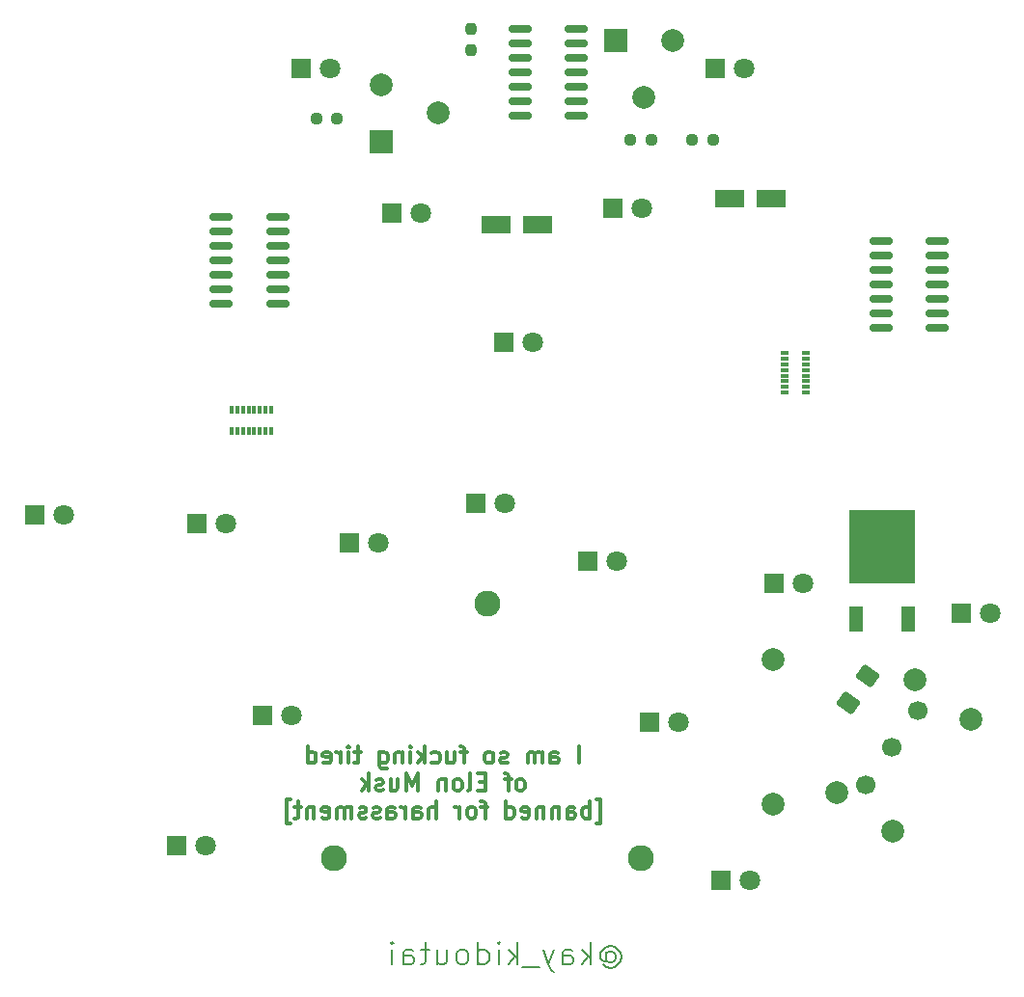
<source format=gbs>
%TF.GenerationSoftware,KiCad,Pcbnew,6.0.9*%
%TF.CreationDate,2022-11-22T22:01:51-08:00*%
%TF.ProjectId,dcpunks31,64637075-6e6b-4733-9331-2e6b69636164,rev?*%
%TF.SameCoordinates,Original*%
%TF.FileFunction,Soldermask,Bot*%
%TF.FilePolarity,Negative*%
%FSLAX46Y46*%
G04 Gerber Fmt 4.6, Leading zero omitted, Abs format (unit mm)*
G04 Created by KiCad (PCBNEW 6.0.9) date 2022-11-22 22:01:51*
%MOMM*%
%LPD*%
G01*
G04 APERTURE LIST*
G04 Aperture macros list*
%AMRoundRect*
0 Rectangle with rounded corners*
0 $1 Rounding radius*
0 $2 $3 $4 $5 $6 $7 $8 $9 X,Y pos of 4 corners*
0 Add a 4 corners polygon primitive as box body*
4,1,4,$2,$3,$4,$5,$6,$7,$8,$9,$2,$3,0*
0 Add four circle primitives for the rounded corners*
1,1,$1+$1,$2,$3*
1,1,$1+$1,$4,$5*
1,1,$1+$1,$6,$7*
1,1,$1+$1,$8,$9*
0 Add four rect primitives between the rounded corners*
20,1,$1+$1,$2,$3,$4,$5,0*
20,1,$1+$1,$4,$5,$6,$7,0*
20,1,$1+$1,$6,$7,$8,$9,0*
20,1,$1+$1,$8,$9,$2,$3,0*%
G04 Aperture macros list end*
%ADD10C,0.300000*%
%ADD11C,0.200000*%
%ADD12R,1.800000X1.800000*%
%ADD13C,1.800000*%
%ADD14RoundRect,0.250000X-1.050000X-0.550000X1.050000X-0.550000X1.050000X0.550000X-1.050000X0.550000X0*%
%ADD15RoundRect,0.237500X-0.237500X0.250000X-0.237500X-0.250000X0.237500X-0.250000X0.237500X0.250000X0*%
%ADD16RoundRect,0.237500X0.250000X0.237500X-0.250000X0.237500X-0.250000X-0.237500X0.250000X-0.237500X0*%
%ADD17R,2.000000X2.000000*%
%ADD18C,2.000000*%
%ADD19C,2.290000*%
%ADD20C,1.700000*%
%ADD21R,0.300000X0.800000*%
%ADD22RoundRect,0.150000X0.825000X0.150000X-0.825000X0.150000X-0.825000X-0.150000X0.825000X-0.150000X0*%
%ADD23RoundRect,0.237500X-0.250000X-0.237500X0.250000X-0.237500X0.250000X0.237500X-0.250000X0.237500X0*%
%ADD24R,1.200000X2.200000*%
%ADD25R,5.800000X6.400000*%
%ADD26R,0.800000X0.300000*%
%ADD27RoundRect,0.150000X-0.825000X-0.150000X0.825000X-0.150000X0.825000X0.150000X-0.825000X0.150000X0*%
%ADD28RoundRect,0.250001X-0.246691X0.737342X-0.777248X-0.020372X0.246691X-0.737342X0.777248X0.020372X0*%
G04 APERTURE END LIST*
D10*
X147392857Y-123263571D02*
X147392857Y-121763571D01*
X144892857Y-123263571D02*
X144892857Y-122477857D01*
X144964285Y-122335000D01*
X145107142Y-122263571D01*
X145392857Y-122263571D01*
X145535714Y-122335000D01*
X144892857Y-123192142D02*
X145035714Y-123263571D01*
X145392857Y-123263571D01*
X145535714Y-123192142D01*
X145607142Y-123049285D01*
X145607142Y-122906428D01*
X145535714Y-122763571D01*
X145392857Y-122692142D01*
X145035714Y-122692142D01*
X144892857Y-122620714D01*
X144178571Y-123263571D02*
X144178571Y-122263571D01*
X144178571Y-122406428D02*
X144107142Y-122335000D01*
X143964285Y-122263571D01*
X143750000Y-122263571D01*
X143607142Y-122335000D01*
X143535714Y-122477857D01*
X143535714Y-123263571D01*
X143535714Y-122477857D02*
X143464285Y-122335000D01*
X143321428Y-122263571D01*
X143107142Y-122263571D01*
X142964285Y-122335000D01*
X142892857Y-122477857D01*
X142892857Y-123263571D01*
X141107142Y-123192142D02*
X140964285Y-123263571D01*
X140678571Y-123263571D01*
X140535714Y-123192142D01*
X140464285Y-123049285D01*
X140464285Y-122977857D01*
X140535714Y-122835000D01*
X140678571Y-122763571D01*
X140892857Y-122763571D01*
X141035714Y-122692142D01*
X141107142Y-122549285D01*
X141107142Y-122477857D01*
X141035714Y-122335000D01*
X140892857Y-122263571D01*
X140678571Y-122263571D01*
X140535714Y-122335000D01*
X139607142Y-123263571D02*
X139750000Y-123192142D01*
X139821428Y-123120714D01*
X139892857Y-122977857D01*
X139892857Y-122549285D01*
X139821428Y-122406428D01*
X139750000Y-122335000D01*
X139607142Y-122263571D01*
X139392857Y-122263571D01*
X139250000Y-122335000D01*
X139178571Y-122406428D01*
X139107142Y-122549285D01*
X139107142Y-122977857D01*
X139178571Y-123120714D01*
X139250000Y-123192142D01*
X139392857Y-123263571D01*
X139607142Y-123263571D01*
X137535714Y-122263571D02*
X136964285Y-122263571D01*
X137321428Y-123263571D02*
X137321428Y-121977857D01*
X137250000Y-121835000D01*
X137107142Y-121763571D01*
X136964285Y-121763571D01*
X135821428Y-122263571D02*
X135821428Y-123263571D01*
X136464285Y-122263571D02*
X136464285Y-123049285D01*
X136392857Y-123192142D01*
X136250000Y-123263571D01*
X136035714Y-123263571D01*
X135892857Y-123192142D01*
X135821428Y-123120714D01*
X134464285Y-123192142D02*
X134607142Y-123263571D01*
X134892857Y-123263571D01*
X135035714Y-123192142D01*
X135107142Y-123120714D01*
X135178571Y-122977857D01*
X135178571Y-122549285D01*
X135107142Y-122406428D01*
X135035714Y-122335000D01*
X134892857Y-122263571D01*
X134607142Y-122263571D01*
X134464285Y-122335000D01*
X133821428Y-123263571D02*
X133821428Y-121763571D01*
X133678571Y-122692142D02*
X133250000Y-123263571D01*
X133250000Y-122263571D02*
X133821428Y-122835000D01*
X132607142Y-123263571D02*
X132607142Y-122263571D01*
X132607142Y-121763571D02*
X132678571Y-121835000D01*
X132607142Y-121906428D01*
X132535714Y-121835000D01*
X132607142Y-121763571D01*
X132607142Y-121906428D01*
X131892857Y-122263571D02*
X131892857Y-123263571D01*
X131892857Y-122406428D02*
X131821428Y-122335000D01*
X131678571Y-122263571D01*
X131464285Y-122263571D01*
X131321428Y-122335000D01*
X131250000Y-122477857D01*
X131250000Y-123263571D01*
X129892857Y-122263571D02*
X129892857Y-123477857D01*
X129964285Y-123620714D01*
X130035714Y-123692142D01*
X130178571Y-123763571D01*
X130392857Y-123763571D01*
X130535714Y-123692142D01*
X129892857Y-123192142D02*
X130035714Y-123263571D01*
X130321428Y-123263571D01*
X130464285Y-123192142D01*
X130535714Y-123120714D01*
X130607142Y-122977857D01*
X130607142Y-122549285D01*
X130535714Y-122406428D01*
X130464285Y-122335000D01*
X130321428Y-122263571D01*
X130035714Y-122263571D01*
X129892857Y-122335000D01*
X128250000Y-122263571D02*
X127678571Y-122263571D01*
X128035714Y-121763571D02*
X128035714Y-123049285D01*
X127964285Y-123192142D01*
X127821428Y-123263571D01*
X127678571Y-123263571D01*
X127178571Y-123263571D02*
X127178571Y-122263571D01*
X127178571Y-121763571D02*
X127250000Y-121835000D01*
X127178571Y-121906428D01*
X127107142Y-121835000D01*
X127178571Y-121763571D01*
X127178571Y-121906428D01*
X126464285Y-123263571D02*
X126464285Y-122263571D01*
X126464285Y-122549285D02*
X126392857Y-122406428D01*
X126321428Y-122335000D01*
X126178571Y-122263571D01*
X126035714Y-122263571D01*
X124964285Y-123192142D02*
X125107142Y-123263571D01*
X125392857Y-123263571D01*
X125535714Y-123192142D01*
X125607142Y-123049285D01*
X125607142Y-122477857D01*
X125535714Y-122335000D01*
X125392857Y-122263571D01*
X125107142Y-122263571D01*
X124964285Y-122335000D01*
X124892857Y-122477857D01*
X124892857Y-122620714D01*
X125607142Y-122763571D01*
X123607142Y-123263571D02*
X123607142Y-121763571D01*
X123607142Y-123192142D02*
X123750000Y-123263571D01*
X124035714Y-123263571D01*
X124178571Y-123192142D01*
X124250000Y-123120714D01*
X124321428Y-122977857D01*
X124321428Y-122549285D01*
X124250000Y-122406428D01*
X124178571Y-122335000D01*
X124035714Y-122263571D01*
X123750000Y-122263571D01*
X123607142Y-122335000D01*
X142357142Y-125678571D02*
X142500000Y-125607142D01*
X142571428Y-125535714D01*
X142642857Y-125392857D01*
X142642857Y-124964285D01*
X142571428Y-124821428D01*
X142500000Y-124750000D01*
X142357142Y-124678571D01*
X142142857Y-124678571D01*
X142000000Y-124750000D01*
X141928571Y-124821428D01*
X141857142Y-124964285D01*
X141857142Y-125392857D01*
X141928571Y-125535714D01*
X142000000Y-125607142D01*
X142142857Y-125678571D01*
X142357142Y-125678571D01*
X141428571Y-124678571D02*
X140857142Y-124678571D01*
X141214285Y-125678571D02*
X141214285Y-124392857D01*
X141142857Y-124250000D01*
X141000000Y-124178571D01*
X140857142Y-124178571D01*
X139214285Y-124892857D02*
X138714285Y-124892857D01*
X138500000Y-125678571D02*
X139214285Y-125678571D01*
X139214285Y-124178571D01*
X138500000Y-124178571D01*
X137642857Y-125678571D02*
X137785714Y-125607142D01*
X137857142Y-125464285D01*
X137857142Y-124178571D01*
X136857142Y-125678571D02*
X137000000Y-125607142D01*
X137071428Y-125535714D01*
X137142857Y-125392857D01*
X137142857Y-124964285D01*
X137071428Y-124821428D01*
X137000000Y-124750000D01*
X136857142Y-124678571D01*
X136642857Y-124678571D01*
X136500000Y-124750000D01*
X136428571Y-124821428D01*
X136357142Y-124964285D01*
X136357142Y-125392857D01*
X136428571Y-125535714D01*
X136500000Y-125607142D01*
X136642857Y-125678571D01*
X136857142Y-125678571D01*
X135714285Y-124678571D02*
X135714285Y-125678571D01*
X135714285Y-124821428D02*
X135642857Y-124750000D01*
X135500000Y-124678571D01*
X135285714Y-124678571D01*
X135142857Y-124750000D01*
X135071428Y-124892857D01*
X135071428Y-125678571D01*
X133214285Y-125678571D02*
X133214285Y-124178571D01*
X132714285Y-125250000D01*
X132214285Y-124178571D01*
X132214285Y-125678571D01*
X130857142Y-124678571D02*
X130857142Y-125678571D01*
X131500000Y-124678571D02*
X131500000Y-125464285D01*
X131428571Y-125607142D01*
X131285714Y-125678571D01*
X131071428Y-125678571D01*
X130928571Y-125607142D01*
X130857142Y-125535714D01*
X130214285Y-125607142D02*
X130071428Y-125678571D01*
X129785714Y-125678571D01*
X129642857Y-125607142D01*
X129571428Y-125464285D01*
X129571428Y-125392857D01*
X129642857Y-125250000D01*
X129785714Y-125178571D01*
X130000000Y-125178571D01*
X130142857Y-125107142D01*
X130214285Y-124964285D01*
X130214285Y-124892857D01*
X130142857Y-124750000D01*
X130000000Y-124678571D01*
X129785714Y-124678571D01*
X129642857Y-124750000D01*
X128928571Y-125678571D02*
X128928571Y-124178571D01*
X128785714Y-125107142D02*
X128357142Y-125678571D01*
X128357142Y-124678571D02*
X128928571Y-125250000D01*
X148928571Y-128593571D02*
X149285714Y-128593571D01*
X149285714Y-126450714D01*
X148928571Y-126450714D01*
X148357142Y-128093571D02*
X148357142Y-126593571D01*
X148357142Y-127165000D02*
X148214285Y-127093571D01*
X147928571Y-127093571D01*
X147785714Y-127165000D01*
X147714285Y-127236428D01*
X147642857Y-127379285D01*
X147642857Y-127807857D01*
X147714285Y-127950714D01*
X147785714Y-128022142D01*
X147928571Y-128093571D01*
X148214285Y-128093571D01*
X148357142Y-128022142D01*
X146357142Y-128093571D02*
X146357142Y-127307857D01*
X146428571Y-127165000D01*
X146571428Y-127093571D01*
X146857142Y-127093571D01*
X147000000Y-127165000D01*
X146357142Y-128022142D02*
X146500000Y-128093571D01*
X146857142Y-128093571D01*
X147000000Y-128022142D01*
X147071428Y-127879285D01*
X147071428Y-127736428D01*
X147000000Y-127593571D01*
X146857142Y-127522142D01*
X146500000Y-127522142D01*
X146357142Y-127450714D01*
X145642857Y-127093571D02*
X145642857Y-128093571D01*
X145642857Y-127236428D02*
X145571428Y-127165000D01*
X145428571Y-127093571D01*
X145214285Y-127093571D01*
X145071428Y-127165000D01*
X145000000Y-127307857D01*
X145000000Y-128093571D01*
X144285714Y-127093571D02*
X144285714Y-128093571D01*
X144285714Y-127236428D02*
X144214285Y-127165000D01*
X144071428Y-127093571D01*
X143857142Y-127093571D01*
X143714285Y-127165000D01*
X143642857Y-127307857D01*
X143642857Y-128093571D01*
X142357142Y-128022142D02*
X142500000Y-128093571D01*
X142785714Y-128093571D01*
X142928571Y-128022142D01*
X143000000Y-127879285D01*
X143000000Y-127307857D01*
X142928571Y-127165000D01*
X142785714Y-127093571D01*
X142500000Y-127093571D01*
X142357142Y-127165000D01*
X142285714Y-127307857D01*
X142285714Y-127450714D01*
X143000000Y-127593571D01*
X141000000Y-128093571D02*
X141000000Y-126593571D01*
X141000000Y-128022142D02*
X141142857Y-128093571D01*
X141428571Y-128093571D01*
X141571428Y-128022142D01*
X141642857Y-127950714D01*
X141714285Y-127807857D01*
X141714285Y-127379285D01*
X141642857Y-127236428D01*
X141571428Y-127165000D01*
X141428571Y-127093571D01*
X141142857Y-127093571D01*
X141000000Y-127165000D01*
X139357142Y-127093571D02*
X138785714Y-127093571D01*
X139142857Y-128093571D02*
X139142857Y-126807857D01*
X139071428Y-126665000D01*
X138928571Y-126593571D01*
X138785714Y-126593571D01*
X138071428Y-128093571D02*
X138214285Y-128022142D01*
X138285714Y-127950714D01*
X138357142Y-127807857D01*
X138357142Y-127379285D01*
X138285714Y-127236428D01*
X138214285Y-127165000D01*
X138071428Y-127093571D01*
X137857142Y-127093571D01*
X137714285Y-127165000D01*
X137642857Y-127236428D01*
X137571428Y-127379285D01*
X137571428Y-127807857D01*
X137642857Y-127950714D01*
X137714285Y-128022142D01*
X137857142Y-128093571D01*
X138071428Y-128093571D01*
X136928571Y-128093571D02*
X136928571Y-127093571D01*
X136928571Y-127379285D02*
X136857142Y-127236428D01*
X136785714Y-127165000D01*
X136642857Y-127093571D01*
X136500000Y-127093571D01*
X134857142Y-128093571D02*
X134857142Y-126593571D01*
X134214285Y-128093571D02*
X134214285Y-127307857D01*
X134285714Y-127165000D01*
X134428571Y-127093571D01*
X134642857Y-127093571D01*
X134785714Y-127165000D01*
X134857142Y-127236428D01*
X132857142Y-128093571D02*
X132857142Y-127307857D01*
X132928571Y-127165000D01*
X133071428Y-127093571D01*
X133357142Y-127093571D01*
X133500000Y-127165000D01*
X132857142Y-128022142D02*
X133000000Y-128093571D01*
X133357142Y-128093571D01*
X133500000Y-128022142D01*
X133571428Y-127879285D01*
X133571428Y-127736428D01*
X133500000Y-127593571D01*
X133357142Y-127522142D01*
X133000000Y-127522142D01*
X132857142Y-127450714D01*
X132142857Y-128093571D02*
X132142857Y-127093571D01*
X132142857Y-127379285D02*
X132071428Y-127236428D01*
X132000000Y-127165000D01*
X131857142Y-127093571D01*
X131714285Y-127093571D01*
X130571428Y-128093571D02*
X130571428Y-127307857D01*
X130642857Y-127165000D01*
X130785714Y-127093571D01*
X131071428Y-127093571D01*
X131214285Y-127165000D01*
X130571428Y-128022142D02*
X130714285Y-128093571D01*
X131071428Y-128093571D01*
X131214285Y-128022142D01*
X131285714Y-127879285D01*
X131285714Y-127736428D01*
X131214285Y-127593571D01*
X131071428Y-127522142D01*
X130714285Y-127522142D01*
X130571428Y-127450714D01*
X129928571Y-128022142D02*
X129785714Y-128093571D01*
X129500000Y-128093571D01*
X129357142Y-128022142D01*
X129285714Y-127879285D01*
X129285714Y-127807857D01*
X129357142Y-127665000D01*
X129500000Y-127593571D01*
X129714285Y-127593571D01*
X129857142Y-127522142D01*
X129928571Y-127379285D01*
X129928571Y-127307857D01*
X129857142Y-127165000D01*
X129714285Y-127093571D01*
X129500000Y-127093571D01*
X129357142Y-127165000D01*
X128714285Y-128022142D02*
X128571428Y-128093571D01*
X128285714Y-128093571D01*
X128142857Y-128022142D01*
X128071428Y-127879285D01*
X128071428Y-127807857D01*
X128142857Y-127665000D01*
X128285714Y-127593571D01*
X128500000Y-127593571D01*
X128642857Y-127522142D01*
X128714285Y-127379285D01*
X128714285Y-127307857D01*
X128642857Y-127165000D01*
X128500000Y-127093571D01*
X128285714Y-127093571D01*
X128142857Y-127165000D01*
X127428571Y-128093571D02*
X127428571Y-127093571D01*
X127428571Y-127236428D02*
X127357142Y-127165000D01*
X127214285Y-127093571D01*
X127000000Y-127093571D01*
X126857142Y-127165000D01*
X126785714Y-127307857D01*
X126785714Y-128093571D01*
X126785714Y-127307857D02*
X126714285Y-127165000D01*
X126571428Y-127093571D01*
X126357142Y-127093571D01*
X126214285Y-127165000D01*
X126142857Y-127307857D01*
X126142857Y-128093571D01*
X124857142Y-128022142D02*
X125000000Y-128093571D01*
X125285714Y-128093571D01*
X125428571Y-128022142D01*
X125500000Y-127879285D01*
X125500000Y-127307857D01*
X125428571Y-127165000D01*
X125285714Y-127093571D01*
X125000000Y-127093571D01*
X124857142Y-127165000D01*
X124785714Y-127307857D01*
X124785714Y-127450714D01*
X125500000Y-127593571D01*
X124142857Y-127093571D02*
X124142857Y-128093571D01*
X124142857Y-127236428D02*
X124071428Y-127165000D01*
X123928571Y-127093571D01*
X123714285Y-127093571D01*
X123571428Y-127165000D01*
X123500000Y-127307857D01*
X123500000Y-128093571D01*
X123000000Y-127093571D02*
X122428571Y-127093571D01*
X122785714Y-126593571D02*
X122785714Y-127879285D01*
X122714285Y-128022142D01*
X122571428Y-128093571D01*
X122428571Y-128093571D01*
X122071428Y-128593571D02*
X121714285Y-128593571D01*
X121714285Y-126450714D01*
X122071428Y-126450714D01*
D11*
X149771904Y-139992380D02*
X149867142Y-139897142D01*
X150057619Y-139801904D01*
X150248095Y-139801904D01*
X150438571Y-139897142D01*
X150533809Y-139992380D01*
X150629047Y-140182857D01*
X150629047Y-140373333D01*
X150533809Y-140563809D01*
X150438571Y-140659047D01*
X150248095Y-140754285D01*
X150057619Y-140754285D01*
X149867142Y-140659047D01*
X149771904Y-140563809D01*
X149771904Y-139801904D02*
X149771904Y-140563809D01*
X149676666Y-140659047D01*
X149581428Y-140659047D01*
X149390952Y-140563809D01*
X149295714Y-140373333D01*
X149295714Y-139897142D01*
X149486190Y-139611428D01*
X149771904Y-139420952D01*
X150152857Y-139325714D01*
X150533809Y-139420952D01*
X150819523Y-139611428D01*
X151010000Y-139897142D01*
X151105238Y-140278095D01*
X151010000Y-140659047D01*
X150819523Y-140944761D01*
X150533809Y-141135238D01*
X150152857Y-141230476D01*
X149771904Y-141135238D01*
X149486190Y-140944761D01*
X148438571Y-140944761D02*
X148438571Y-138944761D01*
X148248095Y-140182857D02*
X147676666Y-140944761D01*
X147676666Y-139611428D02*
X148438571Y-140373333D01*
X145962380Y-140944761D02*
X145962380Y-139897142D01*
X146057619Y-139706666D01*
X146248095Y-139611428D01*
X146629047Y-139611428D01*
X146819523Y-139706666D01*
X145962380Y-140849523D02*
X146152857Y-140944761D01*
X146629047Y-140944761D01*
X146819523Y-140849523D01*
X146914761Y-140659047D01*
X146914761Y-140468571D01*
X146819523Y-140278095D01*
X146629047Y-140182857D01*
X146152857Y-140182857D01*
X145962380Y-140087619D01*
X145200476Y-139611428D02*
X144724285Y-140944761D01*
X144248095Y-139611428D02*
X144724285Y-140944761D01*
X144914761Y-141420952D01*
X145010000Y-141516190D01*
X145200476Y-141611428D01*
X143962380Y-141135238D02*
X142438571Y-141135238D01*
X141962380Y-140944761D02*
X141962380Y-138944761D01*
X141771904Y-140182857D02*
X141200476Y-140944761D01*
X141200476Y-139611428D02*
X141962380Y-140373333D01*
X140343333Y-140944761D02*
X140343333Y-139611428D01*
X140343333Y-138944761D02*
X140438571Y-139040000D01*
X140343333Y-139135238D01*
X140248095Y-139040000D01*
X140343333Y-138944761D01*
X140343333Y-139135238D01*
X138533809Y-140944761D02*
X138533809Y-138944761D01*
X138533809Y-140849523D02*
X138724285Y-140944761D01*
X139105238Y-140944761D01*
X139295714Y-140849523D01*
X139390952Y-140754285D01*
X139486190Y-140563809D01*
X139486190Y-139992380D01*
X139390952Y-139801904D01*
X139295714Y-139706666D01*
X139105238Y-139611428D01*
X138724285Y-139611428D01*
X138533809Y-139706666D01*
X137295714Y-140944761D02*
X137486190Y-140849523D01*
X137581428Y-140754285D01*
X137676666Y-140563809D01*
X137676666Y-139992380D01*
X137581428Y-139801904D01*
X137486190Y-139706666D01*
X137295714Y-139611428D01*
X137010000Y-139611428D01*
X136819523Y-139706666D01*
X136724285Y-139801904D01*
X136629047Y-139992380D01*
X136629047Y-140563809D01*
X136724285Y-140754285D01*
X136819523Y-140849523D01*
X137010000Y-140944761D01*
X137295714Y-140944761D01*
X134914761Y-139611428D02*
X134914761Y-140944761D01*
X135771904Y-139611428D02*
X135771904Y-140659047D01*
X135676666Y-140849523D01*
X135486190Y-140944761D01*
X135200476Y-140944761D01*
X135010000Y-140849523D01*
X134914761Y-140754285D01*
X134248095Y-139611428D02*
X133486190Y-139611428D01*
X133962380Y-138944761D02*
X133962380Y-140659047D01*
X133867142Y-140849523D01*
X133676666Y-140944761D01*
X133486190Y-140944761D01*
X131962380Y-140944761D02*
X131962380Y-139897142D01*
X132057619Y-139706666D01*
X132248095Y-139611428D01*
X132629047Y-139611428D01*
X132819523Y-139706666D01*
X131962380Y-140849523D02*
X132152857Y-140944761D01*
X132629047Y-140944761D01*
X132819523Y-140849523D01*
X132914761Y-140659047D01*
X132914761Y-140468571D01*
X132819523Y-140278095D01*
X132629047Y-140182857D01*
X132152857Y-140182857D01*
X131962380Y-140087619D01*
X131010000Y-140944761D02*
X131010000Y-139611428D01*
X131010000Y-138944761D02*
X131105238Y-139040000D01*
X131010000Y-139135238D01*
X130914761Y-139040000D01*
X131010000Y-138944761D01*
X131010000Y-139135238D01*
D12*
X113855000Y-102200000D03*
D13*
X116395000Y-102200000D03*
D12*
X119645000Y-119040000D03*
D13*
X122185000Y-119040000D03*
D12*
X138320000Y-100420000D03*
D13*
X140860000Y-100420000D03*
D12*
X140795000Y-86350000D03*
D13*
X143335000Y-86350000D03*
D12*
X153555000Y-119700000D03*
D13*
X156095000Y-119700000D03*
D12*
X112105000Y-130530000D03*
D13*
X114645000Y-130530000D03*
D12*
X99635000Y-101430000D03*
D13*
X102175000Y-101430000D03*
D12*
X127270000Y-103950000D03*
D13*
X129810000Y-103950000D03*
D12*
X164495000Y-107450000D03*
D13*
X167035000Y-107450000D03*
D12*
X159355000Y-62290000D03*
D13*
X161895000Y-62290000D03*
D12*
X148155000Y-105560000D03*
D13*
X150695000Y-105560000D03*
D12*
X130955000Y-74930000D03*
D13*
X133495000Y-74930000D03*
D12*
X150385000Y-74580000D03*
D13*
X152925000Y-74580000D03*
D12*
X159860000Y-133590000D03*
D13*
X162400000Y-133590000D03*
D12*
X180895000Y-110070000D03*
D13*
X183435000Y-110070000D03*
D12*
X123005000Y-62290000D03*
D13*
X125545000Y-62290000D03*
D14*
X160617500Y-73700000D03*
X164217500Y-73700000D03*
X140147500Y-75960000D03*
X143747500Y-75960000D03*
D15*
X137890000Y-58827500D03*
X137890000Y-60652500D03*
D16*
X153732500Y-68560000D03*
X151907500Y-68560000D03*
D17*
X130010000Y-68670000D03*
D18*
X135010000Y-66170000D03*
X130010000Y-63670000D03*
D19*
X152845000Y-131590000D03*
X139365000Y-109240000D03*
X125875000Y-131590000D03*
D18*
X164445000Y-114150000D03*
X164445000Y-126850000D03*
D16*
X159132500Y-68550000D03*
X157307500Y-68550000D03*
D18*
X169960720Y-125807762D03*
X181758549Y-119419396D03*
X174875632Y-129249220D03*
X176843637Y-115977937D03*
D20*
X177130000Y-118620000D03*
X174835694Y-121896608D03*
X172541389Y-125173216D03*
D21*
X116900000Y-92260000D03*
X117400000Y-92260000D03*
X117900000Y-92260000D03*
X118400000Y-92260000D03*
X118900000Y-92260000D03*
X119400000Y-92260000D03*
X119900000Y-92260000D03*
X120400000Y-92260000D03*
X120400000Y-94060000D03*
X119900000Y-94060000D03*
X119400000Y-94060000D03*
X118900000Y-94060000D03*
X118400000Y-94060000D03*
X117900000Y-94060000D03*
X117400000Y-94060000D03*
X116900000Y-94060000D03*
D22*
X147175000Y-58780000D03*
X147175000Y-60050000D03*
X147175000Y-61320000D03*
X147175000Y-62590000D03*
X147175000Y-63860000D03*
X147175000Y-65130000D03*
X147175000Y-66400000D03*
X142225000Y-66400000D03*
X142225000Y-65130000D03*
X142225000Y-63860000D03*
X142225000Y-62590000D03*
X142225000Y-61320000D03*
X142225000Y-60050000D03*
X142225000Y-58780000D03*
D23*
X124337500Y-66700000D03*
X126162500Y-66700000D03*
D24*
X176295000Y-110575000D03*
D25*
X174015000Y-104275000D03*
D24*
X171735000Y-110575000D03*
D26*
X167270000Y-87230000D03*
X167270000Y-87730000D03*
X167270000Y-88230000D03*
X167270000Y-88730000D03*
X167270000Y-89230000D03*
X167270000Y-89730000D03*
X167270000Y-90230000D03*
X167270000Y-90730000D03*
X165470000Y-90730000D03*
X165470000Y-90230000D03*
X165470000Y-89730000D03*
X165470000Y-89230000D03*
X165470000Y-88730000D03*
X165470000Y-88230000D03*
X165470000Y-87730000D03*
X165470000Y-87230000D03*
D27*
X173875000Y-85000000D03*
X173875000Y-83730000D03*
X173875000Y-82460000D03*
X173875000Y-81190000D03*
X173875000Y-79920000D03*
X173875000Y-78650000D03*
X173875000Y-77380000D03*
X178825000Y-77380000D03*
X178825000Y-78650000D03*
X178825000Y-79920000D03*
X178825000Y-81190000D03*
X178825000Y-82460000D03*
X178825000Y-83730000D03*
X178825000Y-85000000D03*
D17*
X150590000Y-59790000D03*
D18*
X153090000Y-64790000D03*
X155590000Y-59790000D03*
D28*
X172693195Y-115571511D03*
X170986805Y-118008489D03*
D27*
X116015000Y-82950000D03*
X116015000Y-81680000D03*
X116015000Y-80410000D03*
X116015000Y-79140000D03*
X116015000Y-77870000D03*
X116015000Y-76600000D03*
X116015000Y-75330000D03*
X120965000Y-75330000D03*
X120965000Y-76600000D03*
X120965000Y-77870000D03*
X120965000Y-79140000D03*
X120965000Y-80410000D03*
X120965000Y-81680000D03*
X120965000Y-82950000D03*
M02*

</source>
